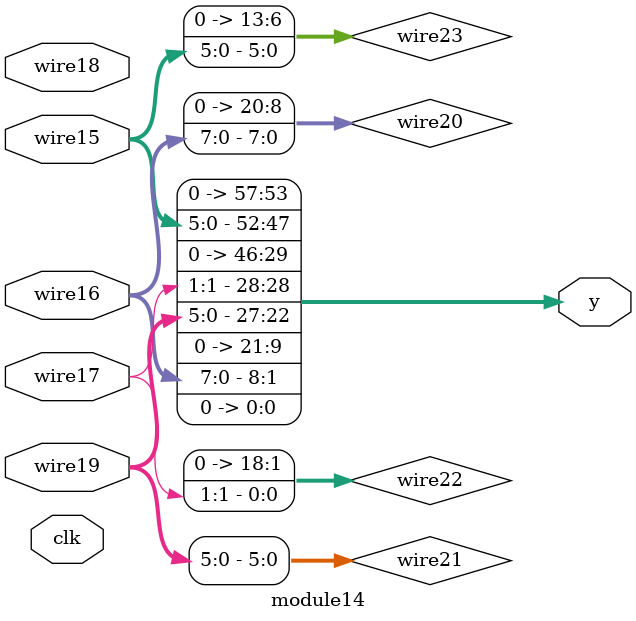
<source format=v>
module top
#(parameter param60 = (({{(-(8'hbd))}, {((8'hab) ? (8'h9f) : (8'h9f))}} ? ({(+(7'h42))} < ((-(8'hbf)) && ((8'ha0) ? (7'h40) : (8'hb5)))) : {(+((8'hb5) > (8'ha7))), (((8'h9c) ? (8'had) : (8'hb4)) ? {(8'ha3)} : ((8'h9f) && (8'haa)))}) ? (^(({(7'h43)} & {(8'ha4), (8'ha2)}) >> (-((8'ha0) ? (8'hb1) : (8'hac))))) : ((((8'ha6) >>> (|(8'hb7))) >>> (!(~^(8'hbf)))) ? ({(~|(8'ha5)), {(8'ha2)}} ? ((&(8'ha6)) ? (+(8'hb7)) : (~(8'h9c))) : (-(&(8'hac)))) : (~&({(8'hb5)} ? {(8'h9f)} : ((7'h40) ^~ (8'ha0)))))))
(y, clk, wire4, wire3, wire2, wire1, wire0);
  output wire [(32'h3a):(32'h0)] y;
  input wire [(1'h0):(1'h0)] clk;
  input wire signed [(5'h10):(1'h0)] wire4;
  input wire signed [(4'h8):(1'h0)] wire3;
  input wire signed [(4'ha):(1'h0)] wire2;
  input wire [(3'h4):(1'h0)] wire1;
  input wire signed [(4'h9):(1'h0)] wire0;
  wire [(4'h9):(1'h0)] wire59;
  wire signed [(5'h13):(1'h0)] wire57;
  wire signed [(4'hf):(1'h0)] wire6;
  wire signed [(4'he):(1'h0)] wire5;
  assign y = {wire59, wire57, wire6, wire5, (1'h0)};
  assign wire5 = wire3[(3'h4):(1'h1)];
  assign wire6 = (wire5[(3'h5):(3'h4)] ?
                     $unsigned((-$unsigned((wire4 ~^ wire4)))) : (wire1[(2'h2):(1'h0)] ^~ (|((~^wire4) ?
                         {wire4} : wire0[(2'h3):(1'h1)]))));
  module7 #() modinst58 (wire57, clk, wire2, wire6, wire0, wire5);
  assign wire59 = wire6;
endmodule

module module7
#(parameter param55 = (8'ha8), 
parameter param56 = ((8'ha0) ~^ (8'hac)))
(y, clk, wire8, wire9, wire10, wire11);
  output wire [(32'h2d):(32'h0)] y;
  input wire [(1'h0):(1'h0)] clk;
  input wire [(4'h9):(1'h0)] wire8;
  input wire signed [(4'hf):(1'h0)] wire9;
  input wire signed [(4'h9):(1'h0)] wire10;
  input wire [(4'he):(1'h0)] wire11;
  wire signed [(3'h7):(1'h0)] wire53;
  wire [(3'h7):(1'h0)] wire12;
  wire [(4'ha):(1'h0)] wire13;
  wire signed [(5'h14):(1'h0)] wire26;
  assign y = {wire53, wire12, wire13, wire26, (1'h0)};
  assign wire12 = (+(($unsigned($signed((8'hba))) != $unsigned($unsigned((8'h9f)))) ?
                      ((wire8[(4'h8):(3'h4)] <= (wire9 != wire11)) ?
                          (((8'ha3) <<< wire8) ^~ wire8[(4'h8):(1'h1)]) : ((wire9 ?
                                  wire11 : wire8) ?
                              (wire11 >>> wire11) : (|wire10))) : (((8'hb5) ?
                              $unsigned(wire10) : $unsigned(wire10)) ?
                          (|{wire11}) : wire9)));
  assign wire13 = ({wire8[(2'h2):(2'h2)],
                      $unsigned(((wire10 >= wire12) && (wire9 == wire11)))} >> $signed((wire11[(1'h0):(1'h0)] ?
                      $signed(((8'h9e) ?
                          (8'hac) : wire9)) : $signed($signed(wire10)))));
  module14 #() modinst27 (.clk(clk), .wire18(wire8), .wire19(wire13), .y(wire26), .wire16(wire12), .wire17(wire9), .wire15(wire11));
  module28 #() modinst54 (.wire32(wire9), .wire30(wire13), .wire29(wire11), .clk(clk), .wire31(wire10), .y(wire53));
endmodule

module module28
#(parameter param52 = {((-(~^(8'hbb))) ? ((((7'h44) != (8'h9c)) >>> ((8'hb2) != (8'hb2))) <= (~|((8'hbc) ^ (8'h9f)))) : ((^{(8'ha2), (8'haf)}) <<< (((8'hb0) > (8'hac)) != ((7'h40) ^~ (8'hb9)))))})
(y, clk, wire32, wire31, wire30, wire29);
  output wire [(32'hf1):(32'h0)] y;
  input wire [(1'h0):(1'h0)] clk;
  input wire [(4'hc):(1'h0)] wire32;
  input wire [(2'h3):(1'h0)] wire31;
  input wire signed [(3'h4):(1'h0)] wire30;
  input wire [(2'h2):(1'h0)] wire29;
  wire [(4'hd):(1'h0)] wire49;
  wire signed [(5'h14):(1'h0)] wire48;
  wire signed [(4'he):(1'h0)] wire47;
  wire [(4'he):(1'h0)] wire36;
  wire signed [(4'hc):(1'h0)] wire35;
  wire signed [(3'h5):(1'h0)] wire34;
  wire [(4'hb):(1'h0)] wire33;
  reg [(4'hc):(1'h0)] reg51 = (1'h0);
  reg [(4'hc):(1'h0)] reg50 = (1'h0);
  reg [(5'h15):(1'h0)] reg46 = (1'h0);
  reg signed [(4'h9):(1'h0)] reg45 = (1'h0);
  reg [(4'hc):(1'h0)] reg44 = (1'h0);
  reg signed [(4'hb):(1'h0)] reg43 = (1'h0);
  reg [(5'h15):(1'h0)] reg42 = (1'h0);
  reg signed [(4'hf):(1'h0)] reg41 = (1'h0);
  reg signed [(4'he):(1'h0)] reg40 = (1'h0);
  reg signed [(4'h8):(1'h0)] reg39 = (1'h0);
  reg signed [(4'ha):(1'h0)] reg38 = (1'h0);
  reg [(3'h6):(1'h0)] reg37 = (1'h0);
  assign y = {wire49,
                 wire48,
                 wire47,
                 wire36,
                 wire35,
                 wire34,
                 wire33,
                 reg51,
                 reg50,
                 reg46,
                 reg45,
                 reg44,
                 reg43,
                 reg42,
                 reg41,
                 reg40,
                 reg39,
                 reg38,
                 reg37,
                 (1'h0)};
  assign wire33 = $unsigned(((((wire30 ? (7'h42) : wire32) ?
                      (wire32 <<< wire30) : $signed(wire31)) ^ $unsigned((-wire32))) + (($signed(wire30) == {wire32}) ?
                      (7'h40) : (wire32[(1'h1):(1'h1)] ?
                          {wire29, wire31} : wire32[(4'ha):(3'h6)]))));
  assign wire34 = $unsigned($signed({(wire32 ?
                          ((8'hb7) ? wire31 : (8'hac)) : (~wire33))}));
  assign wire35 = wire32;
  assign wire36 = ((({wire29[(2'h2):(1'h0)]} > $unsigned({wire30})) ?
                      $unsigned({(|wire31),
                          ((8'hbb) & wire30)}) : ($signed((wire33 >> (8'ha1))) - $unsigned((~^(8'hac))))) ^~ wire35);
  always
    @(posedge clk) begin
      if ($signed((wire36 ?
          wire30[(2'h2):(1'h1)] : (((&wire36) > $unsigned(wire29)) ?
              (+$signed(wire36)) : ((-(8'hbe)) ?
                  wire36[(4'hb):(3'h5)] : {wire32, wire35})))))
        begin
          reg37 <= (|(wire30[(1'h0):(1'h0)] ^ $unsigned((~^wire35[(3'h7):(3'h7)]))));
          reg38 <= ((!(~|wire29[(2'h2):(1'h1)])) ?
              ((-($unsigned(wire32) ?
                      (wire32 << wire29) : reg37[(3'h4):(1'h0)])) ?
                  (wire33[(3'h4):(2'h2)] ^ $signed((8'ha7))) : (wire31 > (!$signed(wire34)))) : $signed((~|(^{wire33}))));
          if ($unsigned(wire29[(1'h0):(1'h0)]))
            begin
              reg39 <= wire36;
              reg40 <= $signed(((wire36[(3'h6):(1'h1)] && wire32) - wire35));
              reg41 <= $signed({$signed(({(8'ha9)} ? (~|wire32) : wire36))});
            end
          else
            begin
              reg39 <= ($unsigned(wire36[(4'hb):(3'h6)]) ? wire33 : wire35);
              reg40 <= reg41[(3'h6):(3'h5)];
              reg41 <= (reg39 ?
                  (-(((~reg39) - reg39) ?
                      $signed($signed(reg40)) : reg37[(2'h2):(1'h0)])) : (|reg38));
            end
          reg42 <= (~|$unsigned(reg39[(1'h0):(1'h0)]));
        end
      else
        begin
          reg37 <= (wire29 ?
              wire35 : (((((8'hb2) ?
                      wire33 : wire32) <<< $signed((8'hb3))) - reg40) ?
                  (7'h40) : wire31[(1'h0):(1'h0)]));
          reg38 <= $unsigned(reg39[(3'h6):(3'h5)]);
          if ($signed(reg41))
            begin
              reg39 <= ($signed($signed($unsigned(reg40))) ?
                  reg42[(3'h5):(3'h4)] : ($signed((8'hb4)) ?
                      (&(8'hb2)) : wire30));
              reg40 <= (8'ha7);
            end
          else
            begin
              reg39 <= $unsigned(((wire34 - (wire32 - $signed(wire34))) != {reg39[(3'h4):(2'h2)]}));
              reg40 <= wire34[(2'h3):(2'h3)];
              reg41 <= (&(~&(((reg40 ? wire34 : reg39) ?
                  (wire32 <<< reg40) : reg40[(3'h4):(1'h0)]) | {(wire34 ?
                      reg42 : wire35)})));
            end
        end
      reg43 <= reg40;
      reg44 <= {$unsigned($unsigned({(8'ha5), $signed(wire31)}))};
      reg45 <= ((wire36[(3'h5):(2'h2)] - {((~|wire36) ?
                  reg37 : $unsigned(wire33))}) ?
          $unsigned(reg43) : wire34[(1'h1):(1'h1)]);
      reg46 <= $signed(wire35);
    end
  assign wire47 = $unsigned((~&(!$signed((8'ha2)))));
  assign wire48 = (~^$signed(reg38));
  assign wire49 = {($signed((wire29 ? wire36[(3'h6):(3'h6)] : wire33)) ?
                          wire34[(3'h4):(1'h0)] : reg38),
                      ($unsigned($signed((reg45 ? wire48 : wire32))) ?
                          (wire34[(3'h4):(3'h4)] > wire48) : wire35)};
  always
    @(posedge clk) begin
      reg50 <= reg41;
      reg51 <= wire35[(4'ha):(3'h4)];
    end
endmodule

module module14
#(parameter param24 = (8'h9f), 
parameter param25 = (param24 || (~|(+param24))))
(y, clk, wire19, wire18, wire17, wire16, wire15);
  output wire [(32'h39):(32'h0)] y;
  input wire [(1'h0):(1'h0)] clk;
  input wire signed [(4'h8):(1'h0)] wire19;
  input wire signed [(2'h2):(1'h0)] wire18;
  input wire signed [(4'h9):(1'h0)] wire17;
  input wire [(3'h7):(1'h0)] wire16;
  input wire [(3'h5):(1'h0)] wire15;
  wire signed [(4'hd):(1'h0)] wire23;
  wire [(5'h12):(1'h0)] wire22;
  wire [(3'h5):(1'h0)] wire21;
  wire signed [(5'h14):(1'h0)] wire20;
  assign y = {wire23, wire22, wire21, wire20, (1'h0)};
  assign wire20 = wire16;
  assign wire21 = wire19;
  assign wire22 = wire17[(1'h1):(1'h1)];
  assign wire23 = wire15;
endmodule

</source>
